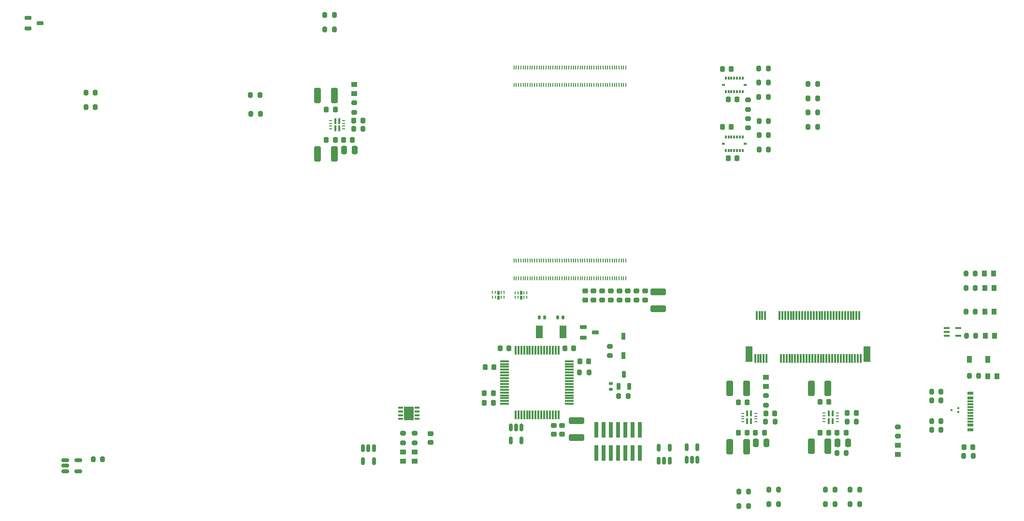
<source format=gbr>
%TF.GenerationSoftware,KiCad,Pcbnew,9.0.1+1*%
%TF.CreationDate,2025-11-25T14:47:12+00:00*%
%TF.ProjectId,nautilus_mainboard,6e617574-696c-4757-935f-6d61696e626f,rev?*%
%TF.SameCoordinates,Original*%
%TF.FileFunction,Paste,Top*%
%TF.FilePolarity,Positive*%
%FSLAX46Y46*%
G04 Gerber Fmt 4.6, Leading zero omitted, Abs format (unit mm)*
G04 Created by KiCad (PCBNEW 9.0.1+1) date 2025-11-25 14:47:12*
%MOMM*%
%LPD*%
G01*
G04 APERTURE LIST*
G04 Aperture macros list*
%AMRoundRect*
0 Rectangle with rounded corners*
0 $1 Rounding radius*
0 $2 $3 $4 $5 $6 $7 $8 $9 X,Y pos of 4 corners*
0 Add a 4 corners polygon primitive as box body*
4,1,4,$2,$3,$4,$5,$6,$7,$8,$9,$2,$3,0*
0 Add four circle primitives for the rounded corners*
1,1,$1+$1,$2,$3*
1,1,$1+$1,$4,$5*
1,1,$1+$1,$6,$7*
1,1,$1+$1,$8,$9*
0 Add four rect primitives between the rounded corners*
20,1,$1+$1,$2,$3,$4,$5,0*
20,1,$1+$1,$4,$5,$6,$7,0*
20,1,$1+$1,$6,$7,$8,$9,0*
20,1,$1+$1,$8,$9,$2,$3,0*%
G04 Aperture macros list end*
%ADD10C,0.010000*%
%ADD11RoundRect,0.200000X0.200000X0.275000X-0.200000X0.275000X-0.200000X-0.275000X0.200000X-0.275000X0*%
%ADD12RoundRect,0.200000X0.275000X-0.200000X0.275000X0.200000X-0.275000X0.200000X-0.275000X-0.200000X0*%
%ADD13R,1.140000X0.600000*%
%ADD14R,1.140000X0.300000*%
%ADD15RoundRect,0.200000X-0.200000X-0.275000X0.200000X-0.275000X0.200000X0.275000X-0.200000X0.275000X0*%
%ADD16RoundRect,0.225000X-0.250000X0.225000X-0.250000X-0.225000X0.250000X-0.225000X0.250000X0.225000X0*%
%ADD17R,0.950000X1.000000*%
%ADD18RoundRect,0.225000X-0.225000X-0.250000X0.225000X-0.250000X0.225000X0.250000X-0.225000X0.250000X0*%
%ADD19R,0.350000X0.590000*%
%ADD20R,0.590000X0.350000*%
%ADD21RoundRect,0.050000X-0.050000X0.232500X-0.050000X-0.232500X0.050000X-0.232500X0.050000X0.232500X0*%
%ADD22RoundRect,0.075000X0.225000X-0.540000X0.225000X0.540000X-0.225000X0.540000X-0.225000X-0.540000X0*%
%ADD23RoundRect,0.150000X-0.150000X0.512500X-0.150000X-0.512500X0.150000X-0.512500X0.150000X0.512500X0*%
%ADD24RoundRect,0.225000X0.225000X0.250000X-0.225000X0.250000X-0.225000X-0.250000X0.225000X-0.250000X0*%
%ADD25R,1.000000X0.950000*%
%ADD26RoundRect,0.250000X0.325000X1.100000X-0.325000X1.100000X-0.325000X-1.100000X0.325000X-1.100000X0*%
%ADD27RoundRect,0.250000X-0.250000X-0.475000X0.250000X-0.475000X0.250000X0.475000X-0.250000X0.475000X0*%
%ADD28RoundRect,0.075000X-0.075000X0.700000X-0.075000X-0.700000X0.075000X-0.700000X0.075000X0.700000X0*%
%ADD29RoundRect,0.075000X-0.700000X0.075000X-0.700000X-0.075000X0.700000X-0.075000X0.700000X0.075000X0*%
%ADD30R,0.740000X2.790000*%
%ADD31R,0.910000X1.220000*%
%ADD32R,0.400000X1.050000*%
%ADD33R,0.600000X0.200000*%
%ADD34R,0.300000X1.550000*%
%ADD35R,1.200000X2.750000*%
%ADD36RoundRect,0.200000X-0.275000X0.200000X-0.275000X-0.200000X0.275000X-0.200000X0.275000X0.200000X0*%
%ADD37RoundRect,0.250000X-1.100000X0.325000X-1.100000X-0.325000X1.100000X-0.325000X1.100000X0.325000X0*%
%ADD38RoundRect,0.150000X-0.512500X-0.150000X0.512500X-0.150000X0.512500X0.150000X-0.512500X0.150000X0*%
%ADD39R,1.000000X0.400000*%
%ADD40RoundRect,0.140000X-0.140000X-0.170000X0.140000X-0.170000X0.140000X0.170000X-0.140000X0.170000X0*%
%ADD41R,0.360000X0.330000*%
%ADD42RoundRect,0.150000X0.150000X-0.512500X0.150000X0.512500X-0.150000X0.512500X-0.150000X-0.512500X0*%
%ADD43RoundRect,0.075000X-0.540000X-0.225000X0.540000X-0.225000X0.540000X0.225000X-0.540000X0.225000X0*%
%ADD44R,0.850000X0.350000*%
%ADD45R,1.700000X2.450000*%
%ADD46RoundRect,0.135000X-0.185000X0.135000X-0.185000X-0.135000X0.185000X-0.135000X0.185000X0.135000X0*%
%ADD47R,1.300000X2.200000*%
%ADD48RoundRect,0.140000X0.140000X0.170000X-0.140000X0.170000X-0.140000X-0.170000X0.140000X-0.170000X0*%
%ADD49R,0.750000X1.200000*%
%ADD50R,0.200000X0.700000*%
G04 APERTURE END LIST*
D10*
%TO.C,TPD4EUSB30DQAR1*%
X177338001Y-139183500D02*
X177340001Y-139183499D01*
X177343001Y-139184500D01*
X177345001Y-139184500D01*
X177348001Y-139185500D01*
X177350001Y-139186500D01*
X177353001Y-139187500D01*
X177355002Y-139189500D01*
X177357001Y-139190500D01*
X177359001Y-139192500D01*
X177361001Y-139193500D01*
X177363001Y-139195500D01*
X177365001Y-139197499D01*
X177367001Y-139199500D01*
X177369001Y-139201500D01*
X177370001Y-139203500D01*
X177372001Y-139205500D01*
X177373001Y-139207499D01*
X177375001Y-139209500D01*
X177376001Y-139212500D01*
X177377001Y-139214500D01*
X177378001Y-139217500D01*
X177378001Y-139219500D01*
X177379002Y-139222500D01*
X177379001Y-139224500D01*
X177380001Y-139227500D01*
X177380001Y-139229500D01*
X177380001Y-139232500D01*
X177380001Y-139700500D01*
X177380001Y-139702500D01*
X177380001Y-139704500D01*
X177379001Y-139707500D01*
X177379002Y-139709500D01*
X177378001Y-139712500D01*
X177378001Y-139714500D01*
X177377001Y-139717499D01*
X177376001Y-139719500D01*
X177375001Y-139721500D01*
X177374002Y-139723500D01*
X177372001Y-139725500D01*
X177371001Y-139727500D01*
X177369001Y-139729500D01*
X177368001Y-139731500D01*
X177366001Y-139733500D01*
X177364001Y-139735500D01*
X177362001Y-139736500D01*
X177360001Y-139738501D01*
X177358001Y-139739500D01*
X177356001Y-139741500D01*
X177354000Y-139742500D01*
X177352001Y-139743500D01*
X177350001Y-139744500D01*
X177347001Y-139745500D01*
X177345001Y-139745500D01*
X177342001Y-139746500D01*
X177340000Y-139746500D01*
X177337001Y-139747500D01*
X177335001Y-139747500D01*
X177333001Y-139747500D01*
X177070002Y-139747500D01*
X177067001Y-139747500D01*
X177065001Y-139747500D01*
X177062001Y-139746500D01*
X177060002Y-139746500D01*
X177057001Y-139745500D01*
X177055001Y-139745500D01*
X177052001Y-139744500D01*
X177050001Y-139743500D01*
X177047001Y-139742500D01*
X177045001Y-139740500D01*
X177043001Y-139739500D01*
X177041002Y-139737500D01*
X177039001Y-139736500D01*
X177037001Y-139734500D01*
X177035000Y-139732500D01*
X177033001Y-139730500D01*
X177031001Y-139728501D01*
X177030001Y-139726500D01*
X177028002Y-139724500D01*
X177027001Y-139722499D01*
X177025001Y-139720500D01*
X177024001Y-139717500D01*
X177023001Y-139715500D01*
X177022001Y-139712500D01*
X177022001Y-139710501D01*
X177021001Y-139707500D01*
X177021001Y-139705500D01*
X177020001Y-139702500D01*
X177020001Y-139700500D01*
X177020001Y-139697500D01*
X177020001Y-139232500D01*
X177020001Y-139229500D01*
X177020001Y-139227500D01*
X177021001Y-139224500D01*
X177021000Y-139222500D01*
X177022001Y-139219500D01*
X177022001Y-139217500D01*
X177023001Y-139214500D01*
X177024001Y-139212500D01*
X177025001Y-139209500D01*
X177027001Y-139207499D01*
X177028001Y-139205500D01*
X177030001Y-139203500D01*
X177031001Y-139201500D01*
X177033001Y-139199500D01*
X177035001Y-139197499D01*
X177037001Y-139195500D01*
X177039001Y-139193500D01*
X177041001Y-139192500D01*
X177043001Y-139190500D01*
X177045000Y-139189500D01*
X177047001Y-139187500D01*
X177050001Y-139186500D01*
X177052001Y-139185500D01*
X177055001Y-139184500D01*
X177057001Y-139184500D01*
X177060001Y-139183499D01*
X177062001Y-139183500D01*
X177065001Y-139182500D01*
X177067001Y-139182500D01*
X177070001Y-139182500D01*
X177330001Y-139182500D01*
X177333001Y-139182500D01*
X177335001Y-139182500D01*
X177338001Y-139183500D01*
G36*
X177338001Y-139183500D02*
G01*
X177340001Y-139183499D01*
X177343001Y-139184500D01*
X177345001Y-139184500D01*
X177348001Y-139185500D01*
X177350001Y-139186500D01*
X177353001Y-139187500D01*
X177355002Y-139189500D01*
X177357001Y-139190500D01*
X177359001Y-139192500D01*
X177361001Y-139193500D01*
X177363001Y-139195500D01*
X177365001Y-139197499D01*
X177367001Y-139199500D01*
X177369001Y-139201500D01*
X177370001Y-139203500D01*
X177372001Y-139205500D01*
X177373001Y-139207499D01*
X177375001Y-139209500D01*
X177376001Y-139212500D01*
X177377001Y-139214500D01*
X177378001Y-139217500D01*
X177378001Y-139219500D01*
X177379002Y-139222500D01*
X177379001Y-139224500D01*
X177380001Y-139227500D01*
X177380001Y-139229500D01*
X177380001Y-139232500D01*
X177380001Y-139700500D01*
X177380001Y-139702500D01*
X177380001Y-139704500D01*
X177379001Y-139707500D01*
X177379002Y-139709500D01*
X177378001Y-139712500D01*
X177378001Y-139714500D01*
X177377001Y-139717499D01*
X177376001Y-139719500D01*
X177375001Y-139721500D01*
X177374002Y-139723500D01*
X177372001Y-139725500D01*
X177371001Y-139727500D01*
X177369001Y-139729500D01*
X177368001Y-139731500D01*
X177366001Y-139733500D01*
X177364001Y-139735500D01*
X177362001Y-139736500D01*
X177360001Y-139738501D01*
X177358001Y-139739500D01*
X177356001Y-139741500D01*
X177354000Y-139742500D01*
X177352001Y-139743500D01*
X177350001Y-139744500D01*
X177347001Y-139745500D01*
X177345001Y-139745500D01*
X177342001Y-139746500D01*
X177340000Y-139746500D01*
X177337001Y-139747500D01*
X177335001Y-139747500D01*
X177333001Y-139747500D01*
X177070002Y-139747500D01*
X177067001Y-139747500D01*
X177065001Y-139747500D01*
X177062001Y-139746500D01*
X177060002Y-139746500D01*
X177057001Y-139745500D01*
X177055001Y-139745500D01*
X177052001Y-139744500D01*
X177050001Y-139743500D01*
X177047001Y-139742500D01*
X177045001Y-139740500D01*
X177043001Y-139739500D01*
X177041002Y-139737500D01*
X177039001Y-139736500D01*
X177037001Y-139734500D01*
X177035000Y-139732500D01*
X177033001Y-139730500D01*
X177031001Y-139728501D01*
X177030001Y-139726500D01*
X177028002Y-139724500D01*
X177027001Y-139722499D01*
X177025001Y-139720500D01*
X177024001Y-139717500D01*
X177023001Y-139715500D01*
X177022001Y-139712500D01*
X177022001Y-139710501D01*
X177021001Y-139707500D01*
X177021001Y-139705500D01*
X177020001Y-139702500D01*
X177020001Y-139700500D01*
X177020001Y-139697500D01*
X177020001Y-139232500D01*
X177020001Y-139229500D01*
X177020001Y-139227500D01*
X177021001Y-139224500D01*
X177021000Y-139222500D01*
X177022001Y-139219500D01*
X177022001Y-139217500D01*
X177023001Y-139214500D01*
X177024001Y-139212500D01*
X177025001Y-139209500D01*
X177027001Y-139207499D01*
X177028001Y-139205500D01*
X177030001Y-139203500D01*
X177031001Y-139201500D01*
X177033001Y-139199500D01*
X177035001Y-139197499D01*
X177037001Y-139195500D01*
X177039001Y-139193500D01*
X177041001Y-139192500D01*
X177043001Y-139190500D01*
X177045000Y-139189500D01*
X177047001Y-139187500D01*
X177050001Y-139186500D01*
X177052001Y-139185500D01*
X177055001Y-139184500D01*
X177057001Y-139184500D01*
X177060001Y-139183499D01*
X177062001Y-139183500D01*
X177065001Y-139182500D01*
X177067001Y-139182500D01*
X177070001Y-139182500D01*
X177330001Y-139182500D01*
X177333001Y-139182500D01*
X177335001Y-139182500D01*
X177338001Y-139183500D01*
G37*
X177338001Y-140018500D02*
X177340000Y-140018500D01*
X177343001Y-140019500D01*
X177345001Y-140019500D01*
X177348001Y-140020500D01*
X177350001Y-140021500D01*
X177353001Y-140022500D01*
X177355001Y-140024500D01*
X177357001Y-140025500D01*
X177359000Y-140027500D01*
X177361001Y-140028500D01*
X177363001Y-140030500D01*
X177365002Y-140032500D01*
X177367001Y-140034500D01*
X177369001Y-140036499D01*
X177370001Y-140038500D01*
X177372000Y-140040500D01*
X177373001Y-140042501D01*
X177375001Y-140044500D01*
X177376001Y-140047500D01*
X177377001Y-140049500D01*
X177378001Y-140052500D01*
X177378001Y-140054499D01*
X177379001Y-140057500D01*
X177379001Y-140059500D01*
X177380001Y-140062500D01*
X177380001Y-140064500D01*
X177380001Y-140067500D01*
X177380001Y-140534500D01*
X177380001Y-140537500D01*
X177380001Y-140539500D01*
X177379002Y-140542500D01*
X177379001Y-140544500D01*
X177378001Y-140547500D01*
X177378001Y-140549500D01*
X177377000Y-140552500D01*
X177376001Y-140554500D01*
X177375001Y-140556500D01*
X177374001Y-140558500D01*
X177372001Y-140560500D01*
X177371001Y-140562500D01*
X177369001Y-140564500D01*
X177368001Y-140566500D01*
X177366001Y-140568500D01*
X177364001Y-140570500D01*
X177362001Y-140571500D01*
X177360001Y-140573500D01*
X177358001Y-140574500D01*
X177356001Y-140576500D01*
X177354001Y-140577500D01*
X177352001Y-140578500D01*
X177350001Y-140579499D01*
X177347001Y-140580500D01*
X177345001Y-140580500D01*
X177342001Y-140581500D01*
X177340001Y-140581501D01*
X177337001Y-140582500D01*
X177335001Y-140582500D01*
X177333001Y-140582500D01*
X177070001Y-140582500D01*
X177067001Y-140582500D01*
X177065001Y-140582500D01*
X177062001Y-140581500D01*
X177060001Y-140581501D01*
X177057001Y-140580500D01*
X177055001Y-140580500D01*
X177052001Y-140579500D01*
X177050001Y-140578500D01*
X177047001Y-140577500D01*
X177045000Y-140575500D01*
X177043001Y-140574500D01*
X177041001Y-140572500D01*
X177039001Y-140571500D01*
X177037001Y-140569500D01*
X177035001Y-140567501D01*
X177033001Y-140565500D01*
X177031001Y-140563500D01*
X177030001Y-140561500D01*
X177028001Y-140559500D01*
X177027001Y-140557501D01*
X177025001Y-140555500D01*
X177024001Y-140552500D01*
X177023001Y-140550500D01*
X177022001Y-140547500D01*
X177022001Y-140545500D01*
X177021000Y-140542500D01*
X177021001Y-140540500D01*
X177020001Y-140537500D01*
X177020001Y-140535500D01*
X177020001Y-140532500D01*
X177020001Y-140067500D01*
X177020001Y-140064500D01*
X177020001Y-140062500D01*
X177021001Y-140059500D01*
X177021001Y-140057500D01*
X177022001Y-140054499D01*
X177022001Y-140052500D01*
X177023001Y-140049500D01*
X177024001Y-140047500D01*
X177025001Y-140044500D01*
X177027001Y-140042501D01*
X177028002Y-140040500D01*
X177030001Y-140038500D01*
X177031001Y-140036499D01*
X177033001Y-140034500D01*
X177035000Y-140032500D01*
X177037001Y-140030500D01*
X177039001Y-140028500D01*
X177041002Y-140027500D01*
X177043001Y-140025500D01*
X177045001Y-140024500D01*
X177047001Y-140022500D01*
X177050001Y-140021500D01*
X177052001Y-140020500D01*
X177055001Y-140019500D01*
X177057001Y-140019500D01*
X177060002Y-140018500D01*
X177062001Y-140018500D01*
X177065001Y-140017500D01*
X177067001Y-140017500D01*
X177070002Y-140017500D01*
X177330000Y-140017500D01*
X177333001Y-140017500D01*
X177335001Y-140017500D01*
X177338001Y-140018500D01*
G36*
X177338001Y-140018500D02*
G01*
X177340000Y-140018500D01*
X177343001Y-140019500D01*
X177345001Y-140019500D01*
X177348001Y-140020500D01*
X177350001Y-140021500D01*
X177353001Y-140022500D01*
X177355001Y-140024500D01*
X177357001Y-140025500D01*
X177359000Y-140027500D01*
X177361001Y-140028500D01*
X177363001Y-140030500D01*
X177365002Y-140032500D01*
X177367001Y-140034500D01*
X177369001Y-140036499D01*
X177370001Y-140038500D01*
X177372000Y-140040500D01*
X177373001Y-140042501D01*
X177375001Y-140044500D01*
X177376001Y-140047500D01*
X177377001Y-140049500D01*
X177378001Y-140052500D01*
X177378001Y-140054499D01*
X177379001Y-140057500D01*
X177379001Y-140059500D01*
X177380001Y-140062500D01*
X177380001Y-140064500D01*
X177380001Y-140067500D01*
X177380001Y-140534500D01*
X177380001Y-140537500D01*
X177380001Y-140539500D01*
X177379002Y-140542500D01*
X177379001Y-140544500D01*
X177378001Y-140547500D01*
X177378001Y-140549500D01*
X177377000Y-140552500D01*
X177376001Y-140554500D01*
X177375001Y-140556500D01*
X177374001Y-140558500D01*
X177372001Y-140560500D01*
X177371001Y-140562500D01*
X177369001Y-140564500D01*
X177368001Y-140566500D01*
X177366001Y-140568500D01*
X177364001Y-140570500D01*
X177362001Y-140571500D01*
X177360001Y-140573500D01*
X177358001Y-140574500D01*
X177356001Y-140576500D01*
X177354001Y-140577500D01*
X177352001Y-140578500D01*
X177350001Y-140579499D01*
X177347001Y-140580500D01*
X177345001Y-140580500D01*
X177342001Y-140581500D01*
X177340001Y-140581501D01*
X177337001Y-140582500D01*
X177335001Y-140582500D01*
X177333001Y-140582500D01*
X177070001Y-140582500D01*
X177067001Y-140582500D01*
X177065001Y-140582500D01*
X177062001Y-140581500D01*
X177060001Y-140581501D01*
X177057001Y-140580500D01*
X177055001Y-140580500D01*
X177052001Y-140579500D01*
X177050001Y-140578500D01*
X177047001Y-140577500D01*
X177045000Y-140575500D01*
X177043001Y-140574500D01*
X177041001Y-140572500D01*
X177039001Y-140571500D01*
X177037001Y-140569500D01*
X177035001Y-140567501D01*
X177033001Y-140565500D01*
X177031001Y-140563500D01*
X177030001Y-140561500D01*
X177028001Y-140559500D01*
X177027001Y-140557501D01*
X177025001Y-140555500D01*
X177024001Y-140552500D01*
X177023001Y-140550500D01*
X177022001Y-140547500D01*
X177022001Y-140545500D01*
X177021000Y-140542500D01*
X177021001Y-140540500D01*
X177020001Y-140537500D01*
X177020001Y-140535500D01*
X177020001Y-140532500D01*
X177020001Y-140067500D01*
X177020001Y-140064500D01*
X177020001Y-140062500D01*
X177021001Y-140059500D01*
X177021001Y-140057500D01*
X177022001Y-140054499D01*
X177022001Y-140052500D01*
X177023001Y-140049500D01*
X177024001Y-140047500D01*
X177025001Y-140044500D01*
X177027001Y-140042501D01*
X177028002Y-140040500D01*
X177030001Y-140038500D01*
X177031001Y-140036499D01*
X177033001Y-140034500D01*
X177035000Y-140032500D01*
X177037001Y-140030500D01*
X177039001Y-140028500D01*
X177041002Y-140027500D01*
X177043001Y-140025500D01*
X177045001Y-140024500D01*
X177047001Y-140022500D01*
X177050001Y-140021500D01*
X177052001Y-140020500D01*
X177055001Y-140019500D01*
X177057001Y-140019500D01*
X177060002Y-140018500D01*
X177062001Y-140018500D01*
X177065001Y-140017500D01*
X177067001Y-140017500D01*
X177070002Y-140017500D01*
X177330000Y-140017500D01*
X177333001Y-140017500D01*
X177335001Y-140017500D01*
X177338001Y-140018500D01*
G37*
%TO.C,TPD4EUSB30DQAR2*%
X173388000Y-139168500D02*
X173390000Y-139168499D01*
X173393000Y-139169500D01*
X173395000Y-139169500D01*
X173398000Y-139170500D01*
X173400000Y-139171500D01*
X173403000Y-139172500D01*
X173405001Y-139174500D01*
X173407000Y-139175500D01*
X173409000Y-139177500D01*
X173411000Y-139178500D01*
X173413000Y-139180500D01*
X173415000Y-139182499D01*
X173417000Y-139184500D01*
X173419000Y-139186500D01*
X173420000Y-139188500D01*
X173422000Y-139190500D01*
X173423000Y-139192499D01*
X173425000Y-139194500D01*
X173426000Y-139197500D01*
X173427000Y-139199500D01*
X173428000Y-139202500D01*
X173428000Y-139204500D01*
X173429001Y-139207500D01*
X173429000Y-139209500D01*
X173430000Y-139212500D01*
X173430000Y-139214500D01*
X173430000Y-139217500D01*
X173430000Y-139685500D01*
X173430000Y-139687500D01*
X173430000Y-139689500D01*
X173429000Y-139692500D01*
X173429001Y-139694500D01*
X173428000Y-139697500D01*
X173428000Y-139699500D01*
X173427000Y-139702499D01*
X173426000Y-139704500D01*
X173425000Y-139706500D01*
X173424001Y-139708500D01*
X173422000Y-139710500D01*
X173421000Y-139712500D01*
X173419000Y-139714500D01*
X173418000Y-139716500D01*
X173416000Y-139718500D01*
X173414000Y-139720500D01*
X173412000Y-139721500D01*
X173410000Y-139723501D01*
X173408000Y-139724500D01*
X173406000Y-139726500D01*
X173403999Y-139727500D01*
X173402000Y-139728500D01*
X173400000Y-139729500D01*
X173397000Y-139730500D01*
X173395000Y-139730500D01*
X173392000Y-139731500D01*
X173389999Y-139731500D01*
X173387000Y-139732500D01*
X173385000Y-139732500D01*
X173383000Y-139732500D01*
X173120001Y-139732500D01*
X173117000Y-139732500D01*
X173115000Y-139732500D01*
X173112000Y-139731500D01*
X173110001Y-139731500D01*
X173107000Y-139730500D01*
X173105000Y-139730500D01*
X173102000Y-139729500D01*
X173100000Y-139728500D01*
X173097000Y-139727500D01*
X173095000Y-139725500D01*
X173093000Y-139724500D01*
X173091001Y-139722500D01*
X173089000Y-139721500D01*
X173087000Y-139719500D01*
X173084999Y-139717500D01*
X173083000Y-139715500D01*
X173081000Y-139713501D01*
X173080000Y-139711500D01*
X173078001Y-139709500D01*
X173077000Y-139707499D01*
X173075000Y-139705500D01*
X173074000Y-139702500D01*
X173073000Y-139700500D01*
X173072000Y-139697500D01*
X173072000Y-139695501D01*
X173071000Y-139692500D01*
X173071000Y-139690500D01*
X173070000Y-139687500D01*
X173070000Y-139685500D01*
X173070000Y-139682500D01*
X173070000Y-139217500D01*
X173070000Y-139214500D01*
X173070000Y-139212500D01*
X173071000Y-139209500D01*
X173070999Y-139207500D01*
X173072000Y-139204500D01*
X173072000Y-139202500D01*
X173073000Y-139199500D01*
X173074000Y-139197500D01*
X173075000Y-139194500D01*
X173077000Y-139192499D01*
X173078000Y-139190500D01*
X173080000Y-139188500D01*
X173081000Y-139186500D01*
X173083000Y-139184500D01*
X173085000Y-139182499D01*
X173087000Y-139180500D01*
X173089000Y-139178500D01*
X173091000Y-139177500D01*
X173093000Y-139175500D01*
X173094999Y-139174500D01*
X173097000Y-139172500D01*
X173100000Y-139171500D01*
X173102000Y-139170500D01*
X173105000Y-139169500D01*
X173107000Y-139169500D01*
X173110000Y-139168499D01*
X173112000Y-139168500D01*
X173115000Y-139167500D01*
X173117000Y-139167500D01*
X173120000Y-139167500D01*
X173380000Y-139167500D01*
X173383000Y-139167500D01*
X173385000Y-139167500D01*
X173388000Y-139168500D01*
G36*
X173388000Y-139168500D02*
G01*
X173390000Y-139168499D01*
X173393000Y-139169500D01*
X173395000Y-139169500D01*
X173398000Y-139170500D01*
X173400000Y-139171500D01*
X173403000Y-139172500D01*
X173405001Y-139174500D01*
X173407000Y-139175500D01*
X173409000Y-139177500D01*
X173411000Y-139178500D01*
X173413000Y-139180500D01*
X173415000Y-139182499D01*
X173417000Y-139184500D01*
X173419000Y-139186500D01*
X173420000Y-139188500D01*
X173422000Y-139190500D01*
X173423000Y-139192499D01*
X173425000Y-139194500D01*
X173426000Y-139197500D01*
X173427000Y-139199500D01*
X173428000Y-139202500D01*
X173428000Y-139204500D01*
X173429001Y-139207500D01*
X173429000Y-139209500D01*
X173430000Y-139212500D01*
X173430000Y-139214500D01*
X173430000Y-139217500D01*
X173430000Y-139685500D01*
X173430000Y-139687500D01*
X173430000Y-139689500D01*
X173429000Y-139692500D01*
X173429001Y-139694500D01*
X173428000Y-139697500D01*
X173428000Y-139699500D01*
X173427000Y-139702499D01*
X173426000Y-139704500D01*
X173425000Y-139706500D01*
X173424001Y-139708500D01*
X173422000Y-139710500D01*
X173421000Y-139712500D01*
X173419000Y-139714500D01*
X173418000Y-139716500D01*
X173416000Y-139718500D01*
X173414000Y-139720500D01*
X173412000Y-139721500D01*
X173410000Y-139723501D01*
X173408000Y-139724500D01*
X173406000Y-139726500D01*
X173403999Y-139727500D01*
X173402000Y-139728500D01*
X173400000Y-139729500D01*
X173397000Y-139730500D01*
X173395000Y-139730500D01*
X173392000Y-139731500D01*
X173389999Y-139731500D01*
X173387000Y-139732500D01*
X173385000Y-139732500D01*
X173383000Y-139732500D01*
X173120001Y-139732500D01*
X173117000Y-139732500D01*
X173115000Y-139732500D01*
X173112000Y-139731500D01*
X173110001Y-139731500D01*
X173107000Y-139730500D01*
X173105000Y-139730500D01*
X173102000Y-139729500D01*
X173100000Y-139728500D01*
X173097000Y-139727500D01*
X173095000Y-139725500D01*
X173093000Y-139724500D01*
X173091001Y-139722500D01*
X173089000Y-139721500D01*
X173087000Y-139719500D01*
X173084999Y-139717500D01*
X173083000Y-139715500D01*
X173081000Y-139713501D01*
X173080000Y-139711500D01*
X173078001Y-139709500D01*
X173077000Y-139707499D01*
X173075000Y-139705500D01*
X173074000Y-139702500D01*
X173073000Y-139700500D01*
X173072000Y-139697500D01*
X173072000Y-139695501D01*
X173071000Y-139692500D01*
X173071000Y-139690500D01*
X173070000Y-139687500D01*
X173070000Y-139685500D01*
X173070000Y-139682500D01*
X173070000Y-139217500D01*
X173070000Y-139214500D01*
X173070000Y-139212500D01*
X173071000Y-139209500D01*
X173070999Y-139207500D01*
X173072000Y-139204500D01*
X173072000Y-139202500D01*
X173073000Y-139199500D01*
X173074000Y-139197500D01*
X173075000Y-139194500D01*
X173077000Y-139192499D01*
X173078000Y-139190500D01*
X173080000Y-139188500D01*
X173081000Y-139186500D01*
X173083000Y-139184500D01*
X173085000Y-139182499D01*
X173087000Y-139180500D01*
X173089000Y-139178500D01*
X173091000Y-139177500D01*
X173093000Y-139175500D01*
X173094999Y-139174500D01*
X173097000Y-139172500D01*
X173100000Y-139171500D01*
X173102000Y-139170500D01*
X173105000Y-139169500D01*
X173107000Y-139169500D01*
X173110000Y-139168499D01*
X173112000Y-139168500D01*
X173115000Y-139167500D01*
X173117000Y-139167500D01*
X173120000Y-139167500D01*
X173380000Y-139167500D01*
X173383000Y-139167500D01*
X173385000Y-139167500D01*
X173388000Y-139168500D01*
G37*
X173388000Y-140003500D02*
X173389999Y-140003500D01*
X173393000Y-140004500D01*
X173395000Y-140004500D01*
X173398000Y-140005500D01*
X173400000Y-140006500D01*
X173403000Y-140007500D01*
X173405000Y-140009500D01*
X173407000Y-140010500D01*
X173408999Y-140012500D01*
X173411000Y-140013500D01*
X173413000Y-140015500D01*
X173415001Y-140017500D01*
X173417000Y-140019500D01*
X173419000Y-140021499D01*
X173420000Y-140023500D01*
X173421999Y-140025500D01*
X173423000Y-140027501D01*
X173425000Y-140029500D01*
X173426000Y-140032500D01*
X173427000Y-140034500D01*
X173428000Y-140037500D01*
X173428000Y-140039499D01*
X173429000Y-140042500D01*
X173429000Y-140044500D01*
X173430000Y-140047500D01*
X173430000Y-140049500D01*
X173430000Y-140052500D01*
X173430000Y-140519500D01*
X173430000Y-140522500D01*
X173430000Y-140524500D01*
X173429001Y-140527500D01*
X173429000Y-140529500D01*
X173428000Y-140532500D01*
X173428000Y-140534500D01*
X173426999Y-140537500D01*
X173426000Y-140539500D01*
X173425000Y-140541500D01*
X173424000Y-140543500D01*
X173422000Y-140545500D01*
X173421000Y-140547500D01*
X173419000Y-140549500D01*
X173418000Y-140551500D01*
X173416000Y-140553500D01*
X173414000Y-140555500D01*
X173412000Y-140556500D01*
X173410000Y-140558500D01*
X173408000Y-140559500D01*
X173406000Y-140561500D01*
X173404000Y-140562500D01*
X173402000Y-140563500D01*
X173400000Y-140564499D01*
X173397000Y-140565500D01*
X173395000Y-140565500D01*
X173392000Y-140566500D01*
X173390000Y-140566501D01*
X173387000Y-140567500D01*
X173385000Y-140567500D01*
X173383000Y-140567500D01*
X173120000Y-140567500D01*
X173117000Y-140567500D01*
X173115000Y-140567500D01*
X173112000Y-140566500D01*
X173110000Y-140566501D01*
X173107000Y-140565500D01*
X173105000Y-140565500D01*
X173102000Y-140564500D01*
X173100000Y-140563500D01*
X173097000Y-140562500D01*
X173094999Y-140560500D01*
X173093000Y-140559500D01*
X173091000Y-140557500D01*
X173089000Y-140556500D01*
X173087000Y-140554500D01*
X173085000Y-140552501D01*
X173083000Y-140550500D01*
X173081000Y-140548500D01*
X173080000Y-140546500D01*
X173078000Y-140544500D01*
X173077000Y-140542501D01*
X173075000Y-140540500D01*
X173074000Y-140537500D01*
X173073000Y-140535500D01*
X173072000Y-140532500D01*
X173072000Y-140530500D01*
X173070999Y-140527500D01*
X173071000Y-140525500D01*
X173070000Y-140522500D01*
X173070000Y-140520500D01*
X173070000Y-140517500D01*
X173070000Y-140052500D01*
X173070000Y-140049500D01*
X173070000Y-140047500D01*
X173071000Y-140044500D01*
X173071000Y-140042500D01*
X173072000Y-140039499D01*
X173072000Y-140037500D01*
X173073000Y-140034500D01*
X173074000Y-140032500D01*
X173075000Y-140029500D01*
X173077000Y-140027501D01*
X173078001Y-140025500D01*
X173080000Y-140023500D01*
X173081000Y-140021499D01*
X173083000Y-140019500D01*
X173084999Y-140017500D01*
X173087000Y-140015500D01*
X173089000Y-140013500D01*
X173091001Y-140012500D01*
X173093000Y-140010500D01*
X173095000Y-140009500D01*
X173097000Y-140007500D01*
X173100000Y-140006500D01*
X173102000Y-140005500D01*
X173105000Y-140004500D01*
X173107000Y-140004500D01*
X173110001Y-140003500D01*
X173112000Y-140003500D01*
X173115000Y-140002500D01*
X173117000Y-140002500D01*
X173120001Y-140002500D01*
X173379999Y-140002500D01*
X173383000Y-140002500D01*
X173385000Y-140002500D01*
X173388000Y-140003500D01*
G36*
X173388000Y-140003500D02*
G01*
X173389999Y-140003500D01*
X173393000Y-140004500D01*
X173395000Y-140004500D01*
X173398000Y-140005500D01*
X173400000Y-140006500D01*
X173403000Y-140007500D01*
X173405000Y-140009500D01*
X173407000Y-140010500D01*
X173408999Y-140012500D01*
X173411000Y-140013500D01*
X173413000Y-140015500D01*
X173415001Y-140017500D01*
X173417000Y-140019500D01*
X173419000Y-140021499D01*
X173420000Y-140023500D01*
X173421999Y-140025500D01*
X173423000Y-140027501D01*
X173425000Y-140029500D01*
X173426000Y-140032500D01*
X173427000Y-140034500D01*
X173428000Y-140037500D01*
X173428000Y-140039499D01*
X173429000Y-140042500D01*
X173429000Y-140044500D01*
X173430000Y-140047500D01*
X173430000Y-140049500D01*
X173430000Y-140052500D01*
X173430000Y-140519500D01*
X173430000Y-140522500D01*
X173430000Y-140524500D01*
X173429001Y-140527500D01*
X173429000Y-140529500D01*
X173428000Y-140532500D01*
X173428000Y-140534500D01*
X173426999Y-140537500D01*
X173426000Y-140539500D01*
X173425000Y-140541500D01*
X173424000Y-140543500D01*
X173422000Y-140545500D01*
X173421000Y-140547500D01*
X173419000Y-140549500D01*
X173418000Y-140551500D01*
X173416000Y-140553500D01*
X173414000Y-140555500D01*
X173412000Y-140556500D01*
X173410000Y-140558500D01*
X173408000Y-140559500D01*
X173406000Y-140561500D01*
X173404000Y-140562500D01*
X173402000Y-140563500D01*
X173400000Y-140564499D01*
X173397000Y-140565500D01*
X173395000Y-140565500D01*
X173392000Y-140566500D01*
X173390000Y-140566501D01*
X173387000Y-140567500D01*
X173385000Y-140567500D01*
X173383000Y-140567500D01*
X173120000Y-140567500D01*
X173117000Y-140567500D01*
X173115000Y-140567500D01*
X173112000Y-140566500D01*
X173110000Y-140566501D01*
X173107000Y-140565500D01*
X173105000Y-140565500D01*
X173102000Y-140564500D01*
X173100000Y-140563500D01*
X173097000Y-140562500D01*
X173094999Y-140560500D01*
X173093000Y-140559500D01*
X173091000Y-140557500D01*
X173089000Y-140556500D01*
X173087000Y-140554500D01*
X173085000Y-140552501D01*
X173083000Y-140550500D01*
X173081000Y-140548500D01*
X173080000Y-140546500D01*
X173078000Y-140544500D01*
X173077000Y-140542501D01*
X173075000Y-140540500D01*
X173074000Y-140537500D01*
X173073000Y-140535500D01*
X173072000Y-140532500D01*
X173072000Y-140530500D01*
X173070999Y-140527500D01*
X173071000Y-140525500D01*
X173070000Y-140522500D01*
X173070000Y-140520500D01*
X173070000Y-140517500D01*
X173070000Y-140052500D01*
X173070000Y-140049500D01*
X173070000Y-140047500D01*
X173071000Y-140044500D01*
X173071000Y-140042500D01*
X173072000Y-140039499D01*
X173072000Y-140037500D01*
X173073000Y-140034500D01*
X173074000Y-140032500D01*
X173075000Y-140029500D01*
X173077000Y-140027501D01*
X173078001Y-140025500D01*
X173080000Y-140023500D01*
X173081000Y-140021499D01*
X173083000Y-140019500D01*
X173084999Y-140017500D01*
X173087000Y-140015500D01*
X173089000Y-140013500D01*
X173091001Y-140012500D01*
X173093000Y-140010500D01*
X173095000Y-140009500D01*
X173097000Y-140007500D01*
X173100000Y-140006500D01*
X173102000Y-140005500D01*
X173105000Y-140004500D01*
X173107000Y-140004500D01*
X173110001Y-140003500D01*
X173112000Y-140003500D01*
X173115000Y-140002500D01*
X173117000Y-140002500D01*
X173120001Y-140002500D01*
X173379999Y-140002500D01*
X173383000Y-140002500D01*
X173385000Y-140002500D01*
X173388000Y-140003500D01*
G37*
%TD*%
D11*
%TO.C,R27*%
X236005000Y-162120000D03*
X234355000Y-162120000D03*
%TD*%
D12*
%TO.C,R15*%
X217000000Y-107325000D03*
X217000000Y-105675000D03*
%TD*%
D13*
%TO.C,J3*%
X255930000Y-163525000D03*
X255930000Y-162725000D03*
D14*
X255930000Y-161575000D03*
X255930000Y-160575000D03*
X255930000Y-160075000D03*
X255930000Y-159075000D03*
D13*
X255930000Y-157925000D03*
X255930000Y-157125000D03*
D14*
X255930000Y-158575001D03*
X255930000Y-159574999D03*
X255930000Y-161075001D03*
X255930000Y-162074999D03*
%TD*%
D15*
%TO.C,R23*%
X227525000Y-110370000D03*
X229175000Y-110370000D03*
%TD*%
D16*
%TO.C,C4*%
X192950000Y-139200000D03*
X192950000Y-140750000D03*
%TD*%
D12*
%TO.C,R31*%
X217000000Y-110575000D03*
X217000000Y-108925000D03*
%TD*%
D15*
%TO.C,R45*%
X215440000Y-176900000D03*
X217090000Y-176900000D03*
%TD*%
D17*
%TO.C,LED3*%
X259010000Y-154120000D03*
X260610000Y-154120000D03*
%TD*%
D18*
%TO.C,C52*%
X232605000Y-164070000D03*
X234155000Y-164070000D03*
%TD*%
%TO.C,C20*%
X254825000Y-166580000D03*
X256375000Y-166580000D03*
%TD*%
D15*
%TO.C,EXTERNALFAN5V1*%
X101000000Y-104400000D03*
X102650000Y-104400000D03*
%TD*%
D19*
%TO.C,U2*%
X213085000Y-112185000D03*
X213585000Y-112185000D03*
X214085000Y-112185000D03*
X214585000Y-112185000D03*
X215085000Y-112185000D03*
X215585000Y-112185000D03*
X216085000Y-112185000D03*
D20*
X216500000Y-113350000D03*
D19*
X216085000Y-114515000D03*
X215585000Y-114515000D03*
X215085000Y-114515000D03*
X214585000Y-114515000D03*
X214085000Y-114515000D03*
X213585000Y-114515000D03*
X213085000Y-114515000D03*
D20*
X212670000Y-113350000D03*
%TD*%
D21*
%TO.C,TPD4EUSB30DQAR1*%
X178200001Y-139465000D03*
X177700000Y-139465000D03*
X176700002Y-139465000D03*
X176200001Y-139465000D03*
X176200001Y-140300000D03*
X176700002Y-140300000D03*
X177700000Y-140300000D03*
X178200001Y-140300000D03*
%TD*%
D11*
%TO.C,R7*%
X256839999Y-138650000D03*
X255189999Y-138650000D03*
%TD*%
D22*
%TO.C,Q3*%
X194300000Y-155950000D03*
X196200000Y-155950000D03*
X195250000Y-153830000D03*
%TD*%
D23*
%TO.C,D2*%
X177340000Y-163102500D03*
X176390000Y-163102500D03*
X175440000Y-163102500D03*
X175440000Y-165377500D03*
X177340000Y-165377500D03*
%TD*%
D24*
%TO.C,C37*%
X144675000Y-112700000D03*
X143125000Y-112700000D03*
%TD*%
D16*
%TO.C,C10*%
X182950000Y-162775000D03*
X182950000Y-164325000D03*
%TD*%
D15*
%TO.C,R34*%
X142880000Y-90740000D03*
X144530000Y-90740000D03*
%TD*%
%TO.C,R33*%
X194324999Y-157630000D03*
X195974999Y-157630000D03*
%TD*%
D24*
%TO.C,C12*%
X175100000Y-149250000D03*
X173550000Y-149250000D03*
%TD*%
%TO.C,C39*%
X235955000Y-160620000D03*
X234405000Y-160620000D03*
%TD*%
D25*
%TO.C,LED4*%
X243270000Y-167890000D03*
X243270000Y-166290002D03*
%TD*%
D16*
%TO.C,C2*%
X189950000Y-139200000D03*
X189950000Y-140750000D03*
%TD*%
D11*
%TO.C,R9*%
X257405000Y-154110000D03*
X255755000Y-154110000D03*
%TD*%
D15*
%TO.C,R46*%
X220660000Y-174060000D03*
X222310000Y-174060000D03*
%TD*%
D17*
%TO.C,LED7*%
X258500000Y-142850000D03*
X260100000Y-142850000D03*
%TD*%
D24*
%TO.C,C38*%
X144675000Y-107300000D03*
X143125000Y-107300000D03*
%TD*%
D15*
%TO.C,R48*%
X218950000Y-109330000D03*
X220600000Y-109330000D03*
%TD*%
D26*
%TO.C,C21*%
X216723780Y-166489949D03*
X213773778Y-166489949D03*
%TD*%
D15*
%TO.C,R4*%
X187500000Y-153490000D03*
X189150000Y-153490000D03*
%TD*%
%TO.C,R6*%
X255175000Y-142850000D03*
X256825000Y-142850000D03*
%TD*%
D27*
%TO.C,C53*%
X146195001Y-114480000D03*
X148094999Y-114480000D03*
%TD*%
D15*
%TO.C,R5*%
X255275000Y-147000000D03*
X256925000Y-147000000D03*
%TD*%
%TO.C,R35*%
X142880000Y-93250000D03*
X144530000Y-93250000D03*
%TD*%
D23*
%TO.C,D1*%
X151439999Y-166772500D03*
X150490000Y-166772500D03*
X149540001Y-166772500D03*
X149540001Y-169047500D03*
X151439999Y-169047500D03*
%TD*%
D15*
%TO.C,R38*%
X234905000Y-174070000D03*
X236555000Y-174070000D03*
%TD*%
D11*
%TO.C,R10*%
X250825000Y-163540000D03*
X249175000Y-163540000D03*
%TD*%
D15*
%TO.C,R44*%
X215440000Y-174390000D03*
X217090000Y-174390000D03*
%TD*%
D18*
%TO.C,C45*%
X213535000Y-115900000D03*
X215085000Y-115900000D03*
%TD*%
D15*
%TO.C,R32*%
X102250000Y-168700000D03*
X103900000Y-168700000D03*
%TD*%
D24*
%TO.C,C23*%
X216838779Y-164089949D03*
X215288779Y-164089949D03*
%TD*%
D28*
%TO.C,IC1*%
X183774999Y-149574999D03*
X183275000Y-149574999D03*
X182775000Y-149574999D03*
X182275000Y-149574999D03*
X181775000Y-149574999D03*
X181274999Y-149574999D03*
X180775000Y-149574999D03*
X180275000Y-149574999D03*
X179775000Y-149574999D03*
X179275000Y-149574999D03*
X178775001Y-149574999D03*
X178275000Y-149574999D03*
X177775000Y-149574999D03*
X177275000Y-149574999D03*
X176775000Y-149574999D03*
X176275001Y-149574999D03*
D29*
X174350000Y-151500000D03*
X174350000Y-151999999D03*
X174350000Y-152499999D03*
X174350000Y-152999999D03*
X174350000Y-153499999D03*
X174350000Y-154000000D03*
X174350000Y-154499999D03*
X174350000Y-154999999D03*
X174350000Y-155499999D03*
X174350000Y-155999999D03*
X174350000Y-156499998D03*
X174350000Y-156999999D03*
X174350000Y-157499999D03*
X174350000Y-157999999D03*
X174350000Y-158499999D03*
X174350000Y-158999998D03*
D28*
X176275001Y-160924999D03*
X176775000Y-160924999D03*
X177275000Y-160924999D03*
X177775000Y-160924999D03*
X178275000Y-160924999D03*
X178775001Y-160924999D03*
X179275000Y-160924999D03*
X179775000Y-160924999D03*
X180275000Y-160924999D03*
X180775000Y-160924999D03*
X181274999Y-160924999D03*
X181775000Y-160924999D03*
X182275000Y-160924999D03*
X182775000Y-160924999D03*
X183275000Y-160924999D03*
X183774999Y-160924999D03*
D29*
X185700000Y-158999998D03*
X185700000Y-158499999D03*
X185700000Y-157999999D03*
X185700000Y-157499999D03*
X185700000Y-156999999D03*
X185700000Y-156499998D03*
X185700000Y-155999999D03*
X185700000Y-155499999D03*
X185700000Y-154999999D03*
X185700000Y-154499999D03*
X185700000Y-154000000D03*
X185700000Y-153499999D03*
X185700000Y-152999999D03*
X185700000Y-152499999D03*
X185700000Y-151999999D03*
X185700000Y-151500000D03*
%TD*%
D30*
%TO.C,J1*%
X190430000Y-167600000D03*
X190430000Y-163530000D03*
X191700000Y-167600000D03*
X191700000Y-163530000D03*
X192970000Y-167600000D03*
X192970000Y-163530000D03*
X194240000Y-167600000D03*
X194240000Y-163530000D03*
X195510000Y-167600000D03*
X195510000Y-163530000D03*
X196780000Y-167600000D03*
X196780000Y-163530000D03*
X198050000Y-167600000D03*
X198050000Y-163530000D03*
%TD*%
D18*
%TO.C,C14*%
X187550000Y-151500000D03*
X189100000Y-151500000D03*
%TD*%
D15*
%TO.C,R41*%
X234905000Y-176580000D03*
X236555000Y-176580000D03*
%TD*%
D31*
%TO.C,D6*%
X259030002Y-151200000D03*
X255760000Y-151200000D03*
%TD*%
D19*
%TO.C,U1*%
X213085000Y-101835000D03*
X213585000Y-101835000D03*
X214085000Y-101835000D03*
X214585000Y-101835000D03*
X215085000Y-101835000D03*
X215585000Y-101835000D03*
X216085000Y-101835000D03*
D20*
X216500000Y-103000000D03*
D19*
X216085000Y-104165000D03*
X215585000Y-104165000D03*
X215085000Y-104165000D03*
X214585000Y-104165000D03*
X214085000Y-104165000D03*
X213585000Y-104165000D03*
X213085000Y-104165000D03*
D20*
X212670000Y-103000000D03*
%TD*%
D32*
%TO.C,IC3*%
X231829999Y-160695000D03*
X231130001Y-160695000D03*
D33*
X230330000Y-160620000D03*
X230330000Y-161120000D03*
X230330000Y-161620000D03*
X230330000Y-162120000D03*
D32*
X231130001Y-162045000D03*
X231829999Y-162045000D03*
D33*
X232630000Y-162120000D03*
X232630000Y-161620000D03*
X232630000Y-161120000D03*
X232630000Y-160620000D03*
%TD*%
D34*
%TO.C,J6*%
X236750000Y-151000000D03*
X236500000Y-143450000D03*
X236250000Y-150999999D03*
X236000001Y-143450000D03*
X235750000Y-151000000D03*
X235500000Y-143450000D03*
X235250000Y-151000001D03*
X235000000Y-143450000D03*
X234750000Y-151000000D03*
X234500001Y-143449999D03*
X234250000Y-151000000D03*
X234000000Y-143450000D03*
X233750000Y-151000001D03*
X233500000Y-143450000D03*
X233250000Y-151000000D03*
X233000000Y-143450000D03*
X232750000Y-151000001D03*
X232500000Y-143450000D03*
X232249999Y-151000000D03*
X232000000Y-143449999D03*
X231750000Y-151000000D03*
X231500000Y-143450000D03*
X231250000Y-151000001D03*
X231000000Y-143450000D03*
X230750000Y-151000000D03*
X230500000Y-143450000D03*
X230250000Y-151000000D03*
X230000000Y-143450000D03*
X229750000Y-150999999D03*
X229500000Y-143449999D03*
X229250000Y-151000000D03*
X229000000Y-143450000D03*
X228750000Y-151000001D03*
X228500000Y-143450000D03*
X228250000Y-151000000D03*
X227999999Y-143450000D03*
X227750000Y-151000000D03*
X227500000Y-143450000D03*
X227250000Y-150999999D03*
X227000001Y-143450000D03*
X226750000Y-151000000D03*
X226500000Y-143450000D03*
X226250000Y-151000001D03*
X226000000Y-143450000D03*
X225750000Y-151000000D03*
X225500001Y-143449999D03*
X225250000Y-151000000D03*
X225000000Y-143450000D03*
X224750000Y-150999999D03*
X224500000Y-143450000D03*
X224250000Y-151000000D03*
X224000000Y-143450000D03*
X223750000Y-151000001D03*
X223500000Y-143450000D03*
X223250000Y-151000000D03*
X223000001Y-143449999D03*
X222750000Y-151000000D03*
X222500000Y-143450000D03*
X220250000Y-151000000D03*
X220000000Y-143450000D03*
X219750000Y-151000001D03*
X219500000Y-143450000D03*
X219250000Y-151000000D03*
X218999999Y-143450000D03*
X218750000Y-151000000D03*
X218500000Y-143450000D03*
X218250000Y-150999999D03*
D35*
X237850000Y-150225000D03*
X217150000Y-150225000D03*
%TD*%
D25*
%TO.C,LED1*%
X156550000Y-169049998D03*
X156550000Y-167450000D03*
%TD*%
D24*
%TO.C,C50*%
X231130000Y-164070000D03*
X229580000Y-164070000D03*
%TD*%
D36*
%TO.C,R25*%
X148000000Y-106149998D03*
X148000000Y-107799998D03*
%TD*%
D37*
%TO.C,C16*%
X186950000Y-161974999D03*
X186950000Y-164925001D03*
%TD*%
D36*
%TO.C,R24*%
X220100000Y-157549999D03*
X220100000Y-159199999D03*
%TD*%
D38*
%TO.C,D7*%
X97357500Y-168895000D03*
X97357500Y-169845000D03*
X97357500Y-170795000D03*
X99632500Y-170795000D03*
X99632500Y-168895000D03*
%TD*%
D15*
%TO.C,R17*%
X220063779Y-162139949D03*
X221713779Y-162139949D03*
%TD*%
D18*
%TO.C,C43*%
X213535000Y-105565000D03*
X215085000Y-105565000D03*
%TD*%
D27*
%TO.C,C54*%
X232650000Y-165850000D03*
X234550000Y-165850000D03*
%TD*%
D37*
%TO.C,C47*%
X201300000Y-139314999D03*
X201300000Y-142265001D03*
%TD*%
D39*
%TO.C,U3*%
X251800000Y-145700000D03*
X251800000Y-146350000D03*
X251800000Y-147000000D03*
X253800000Y-147000000D03*
X253800000Y-145700000D03*
%TD*%
D15*
%TO.C,R21*%
X227525000Y-107860000D03*
X229175000Y-107860000D03*
%TD*%
D40*
%TO.C,C9*%
X180390000Y-143800000D03*
X181350000Y-143800000D03*
%TD*%
D16*
%TO.C,C17*%
X184450000Y-162775000D03*
X184450000Y-164325000D03*
%TD*%
D24*
%TO.C,C24*%
X216838779Y-158689949D03*
X215288779Y-158689949D03*
%TD*%
D16*
%TO.C,C1*%
X188450000Y-139200000D03*
X188450000Y-140750000D03*
%TD*%
D26*
%TO.C,C36*%
X144560001Y-104900000D03*
X141609999Y-104900000D03*
%TD*%
D25*
%TO.C,LED9*%
X220100000Y-154300001D03*
X220100000Y-155899999D03*
%TD*%
D16*
%TO.C,C7*%
X197450000Y-139200000D03*
X197450000Y-140750000D03*
%TD*%
D11*
%TO.C,R22*%
X149550000Y-110750000D03*
X147900000Y-110750000D03*
%TD*%
D41*
%TO.C,D5*%
X253820000Y-160439998D03*
X253820000Y-159740000D03*
X252660000Y-160089999D03*
%TD*%
D42*
%TO.C,D4*%
X201350001Y-168937500D03*
X202300000Y-168937500D03*
X203249999Y-168937500D03*
X203249999Y-166662500D03*
X201350001Y-166662500D03*
%TD*%
D18*
%TO.C,C46*%
X212535000Y-110400000D03*
X214085000Y-110400000D03*
%TD*%
D43*
%TO.C,Q1*%
X90830000Y-91250000D03*
X90830000Y-93150000D03*
X92950000Y-92200000D03*
%TD*%
D42*
%TO.C,D3*%
X206250001Y-168837500D03*
X207200000Y-168837500D03*
X208149999Y-168837500D03*
X208149999Y-166562500D03*
X206250001Y-166562500D03*
%TD*%
D17*
%TO.C,LED8*%
X258550000Y-147000000D03*
X260150000Y-147000000D03*
%TD*%
D15*
%TO.C,R50*%
X218885000Y-100095000D03*
X220535000Y-100095000D03*
%TD*%
D24*
%TO.C,C25*%
X221663779Y-160639949D03*
X220113779Y-160639949D03*
%TD*%
D11*
%TO.C,R11*%
X256425000Y-168100000D03*
X254775000Y-168100000D03*
%TD*%
D12*
%TO.C,R13*%
X243270000Y-164665002D03*
X243270000Y-163015002D03*
%TD*%
D15*
%TO.C,R43*%
X230570000Y-176570000D03*
X232220000Y-176570000D03*
%TD*%
D26*
%TO.C,C48*%
X231015001Y-166470000D03*
X228064999Y-166470000D03*
%TD*%
D16*
%TO.C,C19*%
X161370000Y-164200000D03*
X161370000Y-165750000D03*
%TD*%
D44*
%TO.C,IC2*%
X159040000Y-161627500D03*
X159040000Y-160977500D03*
X159040000Y-160327500D03*
X159040000Y-159677500D03*
X156140000Y-159677500D03*
X156140000Y-160327500D03*
X156140000Y-160977500D03*
X156140000Y-161627500D03*
D45*
X157590000Y-160652500D03*
%TD*%
D15*
%TO.C,R53*%
X218885000Y-105115000D03*
X220535000Y-105115000D03*
%TD*%
%TO.C,R37*%
X129820000Y-104830000D03*
X131470000Y-104830000D03*
%TD*%
D16*
%TO.C,C3*%
X191450000Y-139200000D03*
X191450000Y-140750000D03*
%TD*%
D17*
%TO.C,LED6*%
X260049999Y-136140000D03*
X258450001Y-136140000D03*
%TD*%
D46*
%TO.C,R40*%
X192949999Y-155410002D03*
X192949999Y-156430000D03*
%TD*%
D47*
%TO.C,Y1*%
X180400000Y-146400000D03*
X184600000Y-146400000D03*
%TD*%
D15*
%TO.C,R20*%
X227525000Y-105350000D03*
X229175000Y-105350000D03*
%TD*%
%TO.C,R19*%
X227525000Y-102840000D03*
X229175000Y-102840000D03*
%TD*%
D11*
%TO.C,R12*%
X250825000Y-162020000D03*
X249175000Y-162020000D03*
%TD*%
D18*
%TO.C,C26*%
X218313779Y-164089949D03*
X219863779Y-164089949D03*
%TD*%
D16*
%TO.C,C6*%
X195950000Y-139200000D03*
X195950000Y-140750000D03*
%TD*%
D26*
%TO.C,C49*%
X231015001Y-156270000D03*
X228064999Y-156270000D03*
%TD*%
D11*
%TO.C,R8*%
X256839999Y-136140000D03*
X255189999Y-136140000D03*
%TD*%
D15*
%TO.C,R2*%
X249165000Y-156850000D03*
X250815000Y-156850000D03*
%TD*%
%TO.C,R52*%
X218950000Y-114350000D03*
X220600000Y-114350000D03*
%TD*%
D16*
%TO.C,C42*%
X198950000Y-139200000D03*
X198950000Y-140750000D03*
%TD*%
D12*
%TO.C,R16*%
X156550000Y-165800000D03*
X156550000Y-164150000D03*
%TD*%
D18*
%TO.C,C44*%
X212535000Y-100215000D03*
X214085000Y-100215000D03*
%TD*%
D36*
%TO.C,R39*%
X192750000Y-148874998D03*
X192750000Y-150524998D03*
%TD*%
D24*
%TO.C,C41*%
X149500000Y-109250000D03*
X147950000Y-109250000D03*
%TD*%
D32*
%TO.C,IC5*%
X145374999Y-109325000D03*
X144675001Y-109325000D03*
D33*
X143875000Y-109250000D03*
X143875000Y-109750000D03*
X143875000Y-110250000D03*
X143875000Y-110750000D03*
D32*
X144675001Y-110675000D03*
X145374999Y-110675000D03*
D33*
X146175000Y-110750000D03*
X146175000Y-110250000D03*
X146175000Y-109750000D03*
X146175000Y-109250000D03*
%TD*%
D11*
%TO.C,R1*%
X250815000Y-158370001D03*
X249165000Y-158370001D03*
%TD*%
D15*
%TO.C,R49*%
X218950000Y-111840000D03*
X220600000Y-111840000D03*
%TD*%
D48*
%TO.C,C8*%
X184610000Y-143800000D03*
X183650000Y-143800000D03*
%TD*%
D32*
%TO.C,IC6*%
X217538778Y-160714949D03*
X216838780Y-160714949D03*
D33*
X216038779Y-160639949D03*
X216038779Y-161139949D03*
X216038779Y-161639949D03*
X216038779Y-162139949D03*
D32*
X216838780Y-162064949D03*
X217538778Y-162064949D03*
D33*
X218338779Y-162139949D03*
X218338779Y-161639949D03*
X218338779Y-161139949D03*
X218338779Y-160639949D03*
%TD*%
D15*
%TO.C,R51*%
X218885000Y-102605000D03*
X220535000Y-102605000D03*
%TD*%
D36*
%TO.C,R18*%
X158600000Y-164150000D03*
X158600000Y-165800000D03*
%TD*%
D15*
%TO.C,R3*%
X101000000Y-106910000D03*
X102650000Y-106910000D03*
%TD*%
D24*
%TO.C,C28*%
X172350000Y-157080000D03*
X170800000Y-157080000D03*
%TD*%
D49*
%TO.C,D9*%
X195199999Y-150499999D03*
X195199999Y-147099999D03*
%TD*%
D24*
%TO.C,C11*%
X172500000Y-152550000D03*
X170950000Y-152550000D03*
%TD*%
D15*
%TO.C,R42*%
X230570000Y-174060000D03*
X232220000Y-174060000D03*
%TD*%
D25*
%TO.C,LED2*%
X158600000Y-169049999D03*
X158600000Y-167450001D03*
%TD*%
D50*
%TO.C,Module1*%
X176000000Y-136950000D03*
X176000000Y-133870000D03*
X176400000Y-136950000D03*
X176400000Y-133870000D03*
X176800000Y-136950000D03*
X176800000Y-133870000D03*
X177199999Y-136950000D03*
X177200000Y-133870000D03*
X177600000Y-136950000D03*
X177600000Y-133870000D03*
X178000000Y-136950000D03*
X178000000Y-133870000D03*
X178400000Y-136950001D03*
X178400000Y-133870000D03*
X178800000Y-136950000D03*
X178800000Y-133870000D03*
X179200000Y-136950000D03*
X179200000Y-133870000D03*
X179600000Y-136950000D03*
X179600000Y-133870000D03*
X179999999Y-136950000D03*
X180000000Y-133870000D03*
X180400000Y-136950000D03*
X180400000Y-133870000D03*
X180800000Y-136950000D03*
X180800000Y-133870000D03*
X181200000Y-136950001D03*
X181200000Y-133870000D03*
X181600000Y-136950000D03*
X181600000Y-133870000D03*
X182000000Y-136950000D03*
X182000000Y-133870000D03*
X182400000Y-136950000D03*
X182400000Y-133870000D03*
X182799999Y-136950000D03*
X182800000Y-133870000D03*
X183200000Y-136950000D03*
X183200000Y-133870000D03*
X183600000Y-136950000D03*
X183600000Y-133870000D03*
X184000000Y-136950001D03*
X184000000Y-133870000D03*
X184400000Y-136950000D03*
X184400000Y-133870000D03*
X184800000Y-136950000D03*
X184800000Y-133870000D03*
X185200001Y-136950000D03*
X185200000Y-133870000D03*
X185600000Y-136950000D03*
X185600000Y-133870000D03*
X186000000Y-136950000D03*
X186000000Y-133870000D03*
X186400000Y-136950000D03*
X186400000Y-133870000D03*
X186800000Y-136950001D03*
X186800000Y-133870000D03*
X187200000Y-136950000D03*
X187200000Y-133870000D03*
X187600000Y-136950000D03*
X187600000Y-133870000D03*
X188000001Y-136950000D03*
X188000000Y-133870000D03*
X188400000Y-136950000D03*
X188400000Y-133870000D03*
X188800000Y-136950000D03*
X188800000Y-133870000D03*
X189200000Y-136950000D03*
X189200000Y-133870000D03*
X189600000Y-136950001D03*
X189600000Y-133870000D03*
X190000000Y-136950000D03*
X190000000Y-133870000D03*
X190400000Y-136950000D03*
X190400000Y-133870000D03*
X190800001Y-136950000D03*
X190800000Y-133870000D03*
X191200000Y-136950000D03*
X191200000Y-133870000D03*
X191600000Y-136950000D03*
X191600000Y-133870000D03*
X192000000Y-136950000D03*
X192000000Y-133870000D03*
X192400000Y-136950001D03*
X192400000Y-133870000D03*
X192800000Y-136950000D03*
X192800000Y-133870000D03*
X193200000Y-136950000D03*
X193200000Y-133870000D03*
X193600001Y-136950000D03*
X193600000Y-133870000D03*
X194000000Y-136950000D03*
X194000000Y-133870000D03*
X194400000Y-136950000D03*
X194400000Y-133870000D03*
X194800000Y-136950000D03*
X194800000Y-133870000D03*
X195200000Y-136950001D03*
X195200000Y-133870000D03*
X195600000Y-136950000D03*
X195600000Y-133870000D03*
X176000000Y-103030000D03*
X176000000Y-99950000D03*
X176400000Y-103030000D03*
X176400000Y-99950000D03*
X176800000Y-103030000D03*
X176800000Y-99950000D03*
X177199999Y-103030000D03*
X177200000Y-99950000D03*
X177600000Y-103030000D03*
X177600000Y-99950000D03*
X178000000Y-103030000D03*
X178000000Y-99950000D03*
X178400000Y-103030001D03*
X178400000Y-99950000D03*
X178800000Y-103030000D03*
X178800000Y-99950000D03*
X179200000Y-103030000D03*
X179200000Y-99950000D03*
X179600000Y-103030000D03*
X179600000Y-99950000D03*
X179999999Y-103030000D03*
X180000000Y-99950000D03*
X180400000Y-103030000D03*
X180400000Y-99950000D03*
X180800000Y-103030000D03*
X180800000Y-99950000D03*
X181200000Y-103030001D03*
X181200000Y-99950000D03*
X181600000Y-103030000D03*
X181600000Y-99950000D03*
X182000000Y-103030000D03*
X182000000Y-99950000D03*
X182400000Y-103030000D03*
X182400000Y-99950000D03*
X182799999Y-103030000D03*
X182800000Y-99950000D03*
X183200000Y-103030000D03*
X183200000Y-99950000D03*
X183600000Y-103030000D03*
X183600000Y-99950000D03*
X184000000Y-103030001D03*
X184000000Y-99950000D03*
X184400000Y-103030000D03*
X184400000Y-99950000D03*
X184800000Y-103030000D03*
X184800000Y-99950000D03*
X185200001Y-103030000D03*
X185200000Y-99950000D03*
X185600000Y-103030000D03*
X185600000Y-99950000D03*
X186000000Y-103030000D03*
X186000000Y-99950000D03*
X186400000Y-103030000D03*
X186400000Y-99950000D03*
X186800000Y-103030001D03*
X186800000Y-99950000D03*
X187200000Y-103030000D03*
X187200000Y-99950000D03*
X187600000Y-103030000D03*
X187600000Y-99950000D03*
X188000001Y-103030000D03*
X188000000Y-99950000D03*
X188400000Y-103030000D03*
X188400000Y-99950000D03*
X188800000Y-103030000D03*
X188800000Y-99950000D03*
X189200000Y-103030000D03*
X189200000Y-99950000D03*
X189600000Y-103030001D03*
X189600000Y-99950000D03*
X190000000Y-103030000D03*
X190000000Y-99950000D03*
X190400000Y-103030000D03*
X190400000Y-99950000D03*
X190800001Y-103030000D03*
X190800000Y-99950000D03*
X191200000Y-103030000D03*
X191200000Y-99950000D03*
X191600000Y-103030000D03*
X191600000Y-99950000D03*
X192000000Y-103030000D03*
X192000000Y-99950000D03*
X192400000Y-103030001D03*
X192400000Y-99950000D03*
X192800000Y-103030000D03*
X192800000Y-99950000D03*
X193200000Y-103030000D03*
X193200000Y-99950000D03*
X193600001Y-103030000D03*
X193600000Y-99950000D03*
X194000000Y-103030000D03*
X194000000Y-99950000D03*
X194400000Y-103030000D03*
X194400000Y-99950000D03*
X194800000Y-103030000D03*
X194800000Y-99950000D03*
X195199999Y-103030000D03*
X195200000Y-99950000D03*
X195600000Y-103030000D03*
X195600000Y-99950000D03*
%TD*%
D25*
%TO.C,LED10*%
X148000000Y-102900000D03*
X148000000Y-104499998D03*
%TD*%
D16*
%TO.C,C5*%
X194450000Y-139200000D03*
X194450000Y-140750000D03*
%TD*%
D15*
%TO.C,R14*%
X232555000Y-167590000D03*
X234205000Y-167590000D03*
%TD*%
%TO.C,R47*%
X220660000Y-176570000D03*
X222310000Y-176570000D03*
%TD*%
D18*
%TO.C,C13*%
X184900000Y-149250000D03*
X186450000Y-149250000D03*
%TD*%
D17*
%TO.C,LED5*%
X260099999Y-138640000D03*
X258500001Y-138640000D03*
%TD*%
D15*
%TO.C,R36*%
X129910000Y-108100000D03*
X131560000Y-108100000D03*
%TD*%
D24*
%TO.C,C18*%
X172350000Y-158800000D03*
X170800000Y-158800000D03*
%TD*%
D43*
%TO.C,Q2*%
X188150000Y-145490000D03*
X188150000Y-147390000D03*
X190270000Y-146440000D03*
%TD*%
D26*
%TO.C,C22*%
X216723780Y-156289949D03*
X213773778Y-156289949D03*
%TD*%
%TO.C,C35*%
X144560001Y-115100000D03*
X141609999Y-115100000D03*
%TD*%
D24*
%TO.C,C51*%
X231130000Y-158670000D03*
X229580000Y-158670000D03*
%TD*%
D18*
%TO.C,C40*%
X146150000Y-112700000D03*
X147700000Y-112700000D03*
%TD*%
D21*
%TO.C,TPD4EUSB30DQAR2*%
X174250000Y-139450000D03*
X173749999Y-139450000D03*
X172750001Y-139450000D03*
X172250000Y-139450000D03*
X172250000Y-140285000D03*
X172750001Y-140285000D03*
X173749999Y-140285000D03*
X174250000Y-140285000D03*
%TD*%
D27*
%TO.C,C27*%
X218358779Y-165869949D03*
X220258779Y-165869949D03*
%TD*%
M02*

</source>
